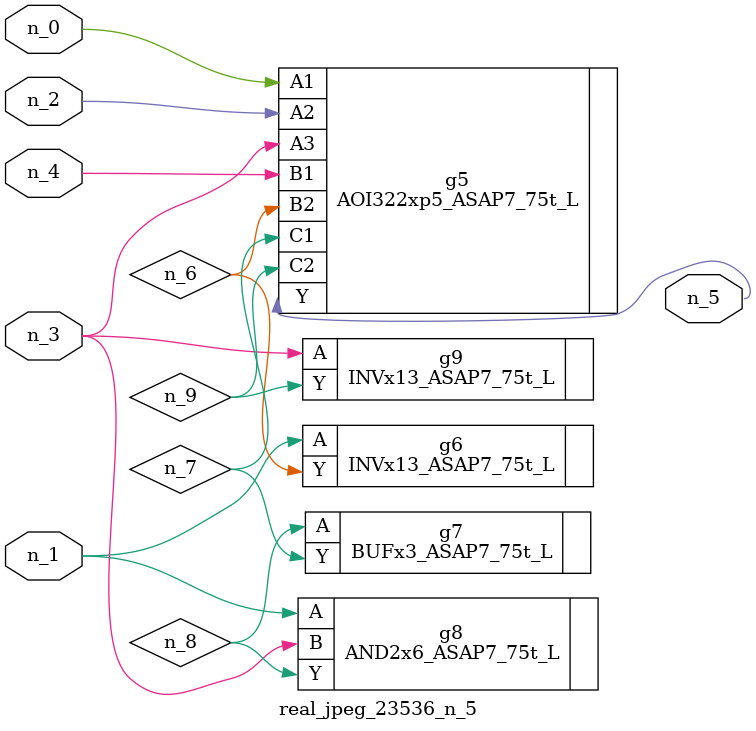
<source format=v>
module real_jpeg_23536_n_5 (n_4, n_0, n_1, n_2, n_3, n_5);

input n_4;
input n_0;
input n_1;
input n_2;
input n_3;

output n_5;

wire n_8;
wire n_6;
wire n_7;
wire n_9;

AOI322xp5_ASAP7_75t_L g5 ( 
.A1(n_0),
.A2(n_2),
.A3(n_3),
.B1(n_4),
.B2(n_6),
.C1(n_7),
.C2(n_9),
.Y(n_5)
);

INVx13_ASAP7_75t_L g6 ( 
.A(n_1),
.Y(n_6)
);

AND2x6_ASAP7_75t_L g8 ( 
.A(n_1),
.B(n_3),
.Y(n_8)
);

INVx13_ASAP7_75t_L g9 ( 
.A(n_3),
.Y(n_9)
);

BUFx3_ASAP7_75t_L g7 ( 
.A(n_8),
.Y(n_7)
);


endmodule
</source>
